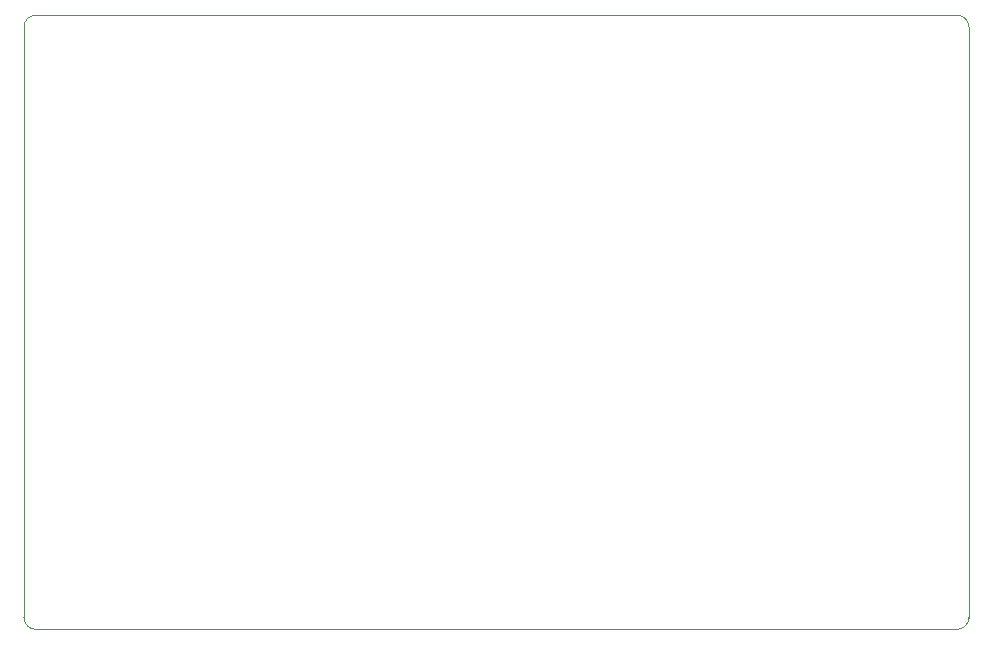
<source format=gm1>
%TF.GenerationSoftware,KiCad,Pcbnew,5.1.9-73d0e3b20d~88~ubuntu20.10.1*%
%TF.CreationDate,2021-04-22T08:32:01+02:00*%
%TF.ProjectId,megadrivearcadestick,6d656761-6472-4697-9665-617263616465,v0.1*%
%TF.SameCoordinates,Original*%
%TF.FileFunction,Profile,NP*%
%FSLAX46Y46*%
G04 Gerber Fmt 4.6, Leading zero omitted, Abs format (unit mm)*
G04 Created by KiCad (PCBNEW 5.1.9-73d0e3b20d~88~ubuntu20.10.1) date 2021-04-22 08:32:01*
%MOMM*%
%LPD*%
G01*
G04 APERTURE LIST*
%TA.AperFunction,Profile*%
%ADD10C,0.050000*%
%TD*%
G04 APERTURE END LIST*
D10*
X180000000Y-115000000D02*
X180000000Y-65000000D01*
X180000000Y-115000000D02*
G75*
G02*
X179000000Y-116000000I-1000000J0D01*
G01*
X179000000Y-64000000D02*
G75*
G02*
X180000000Y-65000000I0J-1000000D01*
G01*
X100000000Y-65000000D02*
G75*
G02*
X101000000Y-64000000I1000000J0D01*
G01*
X101000000Y-116000000D02*
G75*
G02*
X100000000Y-115000000I0J1000000D01*
G01*
X101000000Y-64000000D02*
X179000000Y-64000000D01*
X101000000Y-116000000D02*
X179000000Y-116000000D01*
X100000000Y-65000000D02*
X100000000Y-115000000D01*
M02*

</source>
